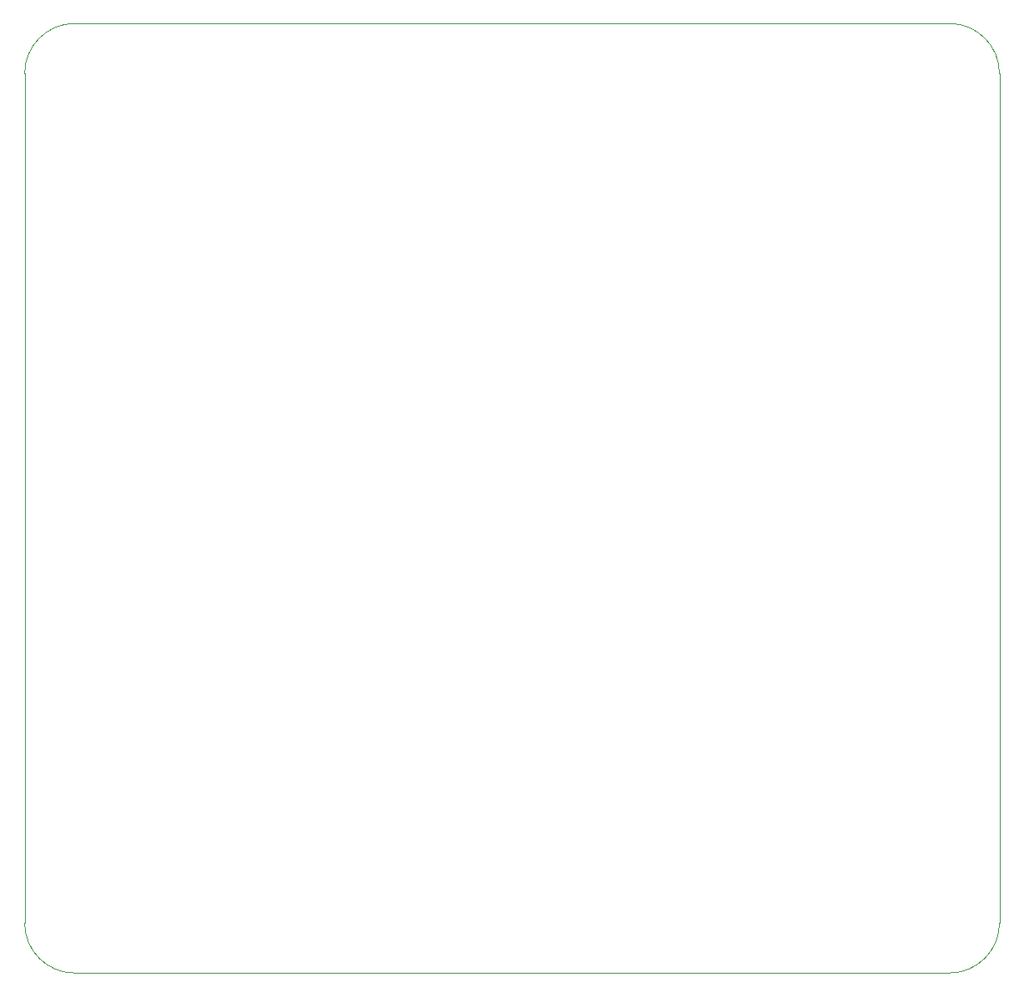
<source format=gbr>
%TF.GenerationSoftware,KiCad,Pcbnew,(6.0.4)*%
%TF.CreationDate,2022-04-03T13:08:36+08:00*%
%TF.ProjectId,Main_Board_Master,4d61696e-5f42-46f6-9172-645f4d617374,rev?*%
%TF.SameCoordinates,Original*%
%TF.FileFunction,Profile,NP*%
%FSLAX46Y46*%
G04 Gerber Fmt 4.6, Leading zero omitted, Abs format (unit mm)*
G04 Created by KiCad (PCBNEW (6.0.4)) date 2022-04-03 13:08:36*
%MOMM*%
%LPD*%
G01*
G04 APERTURE LIST*
%TA.AperFunction,Profile*%
%ADD10C,0.050000*%
%TD*%
G04 APERTURE END LIST*
D10*
X166116000Y-111760000D02*
G75*
G03*
X171196000Y-116840000I5080000J0D01*
G01*
X260096000Y-116840000D02*
G75*
G03*
X265176000Y-111760000I0J5080000D01*
G01*
X171196000Y-20320000D02*
G75*
G03*
X166116000Y-25400000I0J-5080000D01*
G01*
X258572000Y-116840000D02*
X171196000Y-116840000D01*
X265176000Y-111760000D02*
X265176000Y-25400000D01*
X258572000Y-116840000D02*
X260096000Y-116840000D01*
X265176000Y-25400000D02*
G75*
G03*
X260096000Y-20320000I-5080000J0D01*
G01*
X260096000Y-20320000D02*
X171196000Y-20320000D01*
X166116000Y-111760000D02*
X166116000Y-25400000D01*
M02*

</source>
